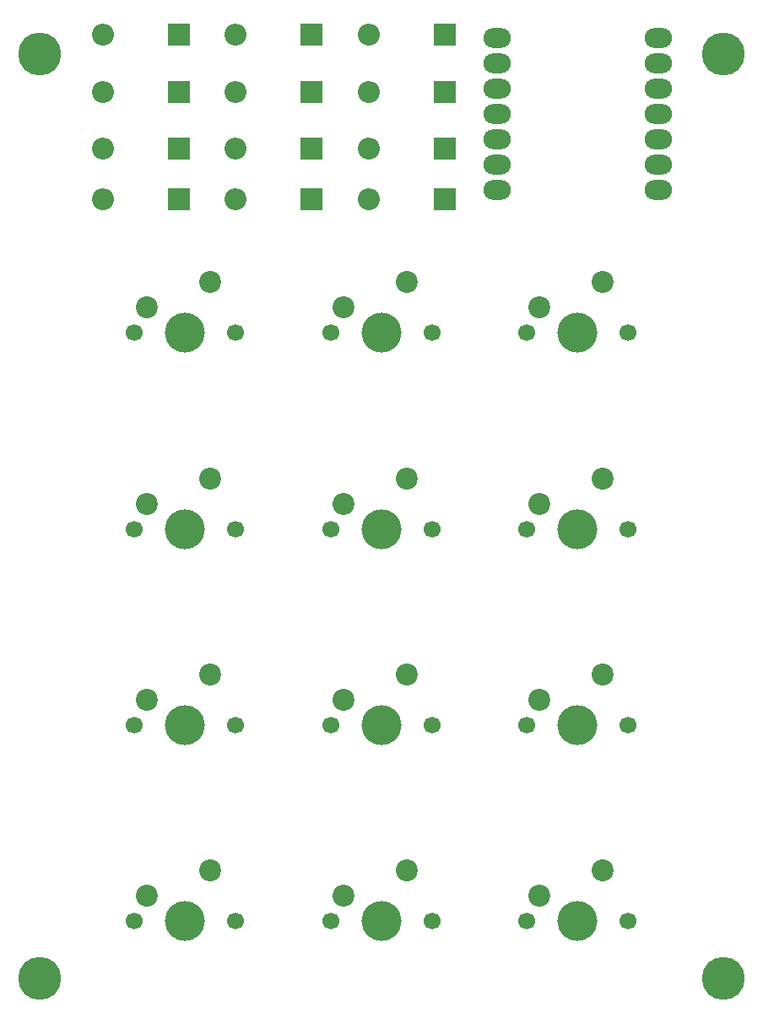
<source format=gbr>
%TF.GenerationSoftware,KiCad,Pcbnew,(5.1.9-0-10_14)*%
%TF.CreationDate,2021-03-18T20:01:26-04:00*%
%TF.ProjectId,T9_Cad,54395f43-6164-42e6-9b69-6361645f7063,rev?*%
%TF.SameCoordinates,Original*%
%TF.FileFunction,Soldermask,Top*%
%TF.FilePolarity,Negative*%
%FSLAX46Y46*%
G04 Gerber Fmt 4.6, Leading zero omitted, Abs format (unit mm)*
G04 Created by KiCad (PCBNEW (5.1.9-0-10_14)) date 2021-03-18 20:01:26*
%MOMM*%
%LPD*%
G01*
G04 APERTURE LIST*
%ADD10O,2.748280X1.998980*%
%ADD11R,2.200000X2.200000*%
%ADD12O,2.200000X2.200000*%
%ADD13C,2.200000*%
%ADD14C,4.000000*%
%ADD15C,1.700000*%
%ADD16C,4.300000*%
G04 APERTURE END LIST*
D10*
%TO.C,U1*%
X179903120Y-47287180D03*
X179903120Y-49827180D03*
X179903120Y-52367180D03*
X179903120Y-54907180D03*
X179903120Y-57447180D03*
X179903120Y-59987180D03*
X179903120Y-62527180D03*
X196067680Y-62527180D03*
X196067680Y-59987180D03*
X196067680Y-57447180D03*
X196067680Y-54907180D03*
X196067680Y-52367180D03*
X196067680Y-49827180D03*
X196067680Y-47287180D03*
%TD*%
D11*
%TO.C,D1*%
X147955000Y-46990000D03*
D12*
X140335000Y-46990000D03*
%TD*%
%TO.C,D2*%
X140335000Y-52705000D03*
D11*
X147955000Y-52705000D03*
%TD*%
%TO.C,D3*%
X147955000Y-58420000D03*
D12*
X140335000Y-58420000D03*
%TD*%
%TO.C,D4*%
X140335000Y-63500000D03*
D11*
X147955000Y-63500000D03*
%TD*%
D12*
%TO.C,D5*%
X153670000Y-46990000D03*
D11*
X161290000Y-46990000D03*
%TD*%
D12*
%TO.C,D6*%
X153670000Y-52705000D03*
D11*
X161290000Y-52705000D03*
%TD*%
D12*
%TO.C,D7*%
X153670000Y-58420000D03*
D11*
X161290000Y-58420000D03*
%TD*%
%TO.C,D8*%
X161290000Y-63500000D03*
D12*
X153670000Y-63500000D03*
%TD*%
D11*
%TO.C,D9*%
X174625000Y-46990000D03*
D12*
X167005000Y-46990000D03*
%TD*%
%TO.C,D10*%
X167005000Y-52705000D03*
D11*
X174625000Y-52705000D03*
%TD*%
%TO.C,D11*%
X174625000Y-58420000D03*
D12*
X167005000Y-58420000D03*
%TD*%
%TO.C,D12*%
X167005000Y-63500000D03*
D11*
X174625000Y-63500000D03*
%TD*%
D13*
%TO.C,SW1*%
X151130000Y-71755000D03*
X144780000Y-74295000D03*
D14*
X148590000Y-76835000D03*
D15*
X143510000Y-76835000D03*
X153670000Y-76835000D03*
%TD*%
%TO.C,SW2*%
X153670000Y-96595001D03*
X143510000Y-96595001D03*
D14*
X148590000Y-96595001D03*
D13*
X144780000Y-94055001D03*
X151130000Y-91515001D03*
%TD*%
%TO.C,SW3*%
X151130000Y-111125000D03*
X144780000Y-113665000D03*
D14*
X148590000Y-116205000D03*
D15*
X143510000Y-116205000D03*
X153670000Y-116205000D03*
%TD*%
%TO.C,SW4*%
X153670000Y-135890000D03*
X143510000Y-135890000D03*
D14*
X148590000Y-135890000D03*
D13*
X144780000Y-133350000D03*
X151130000Y-130810000D03*
%TD*%
D15*
%TO.C,SW5*%
X173355000Y-76835000D03*
X163195000Y-76835000D03*
D14*
X168275000Y-76835000D03*
D13*
X164465000Y-74295000D03*
X170815000Y-71755000D03*
%TD*%
%TO.C,SW6*%
X170815000Y-91515001D03*
X164465000Y-94055001D03*
D14*
X168275000Y-96595001D03*
D15*
X163195000Y-96595001D03*
X173355000Y-96595001D03*
%TD*%
%TO.C,SW7*%
X173355000Y-116205000D03*
X163195000Y-116205000D03*
D14*
X168275000Y-116205000D03*
D13*
X164465000Y-113665000D03*
X170815000Y-111125000D03*
%TD*%
%TO.C,SW8*%
X170815000Y-130810000D03*
X164465000Y-133350000D03*
D14*
X168275000Y-135890000D03*
D15*
X163195000Y-135890000D03*
X173355000Y-135890000D03*
%TD*%
D13*
%TO.C,SW9*%
X190500000Y-71755000D03*
X184150000Y-74295000D03*
D14*
X187960000Y-76835000D03*
D15*
X182880000Y-76835000D03*
X193040000Y-76835000D03*
%TD*%
%TO.C,SW10*%
X193040000Y-96595001D03*
X182880000Y-96595001D03*
D14*
X187960000Y-96595001D03*
D13*
X184150000Y-94055001D03*
X190500000Y-91515001D03*
%TD*%
%TO.C,SW11*%
X190500000Y-111125000D03*
X184150000Y-113665000D03*
D14*
X187960000Y-116205000D03*
D15*
X182880000Y-116205000D03*
X193040000Y-116205000D03*
%TD*%
%TO.C,SW12*%
X193040000Y-135890000D03*
X182880000Y-135890000D03*
D14*
X187960000Y-135890000D03*
D13*
X184150000Y-133350000D03*
X190500000Y-130810000D03*
%TD*%
D16*
%TO.C,H1*%
X133985000Y-48895000D03*
%TD*%
%TO.C,H2*%
X133985000Y-141605000D03*
%TD*%
%TO.C,H3*%
X202565000Y-48895000D03*
%TD*%
%TO.C,H4*%
X202565000Y-141605000D03*
%TD*%
M02*

</source>
